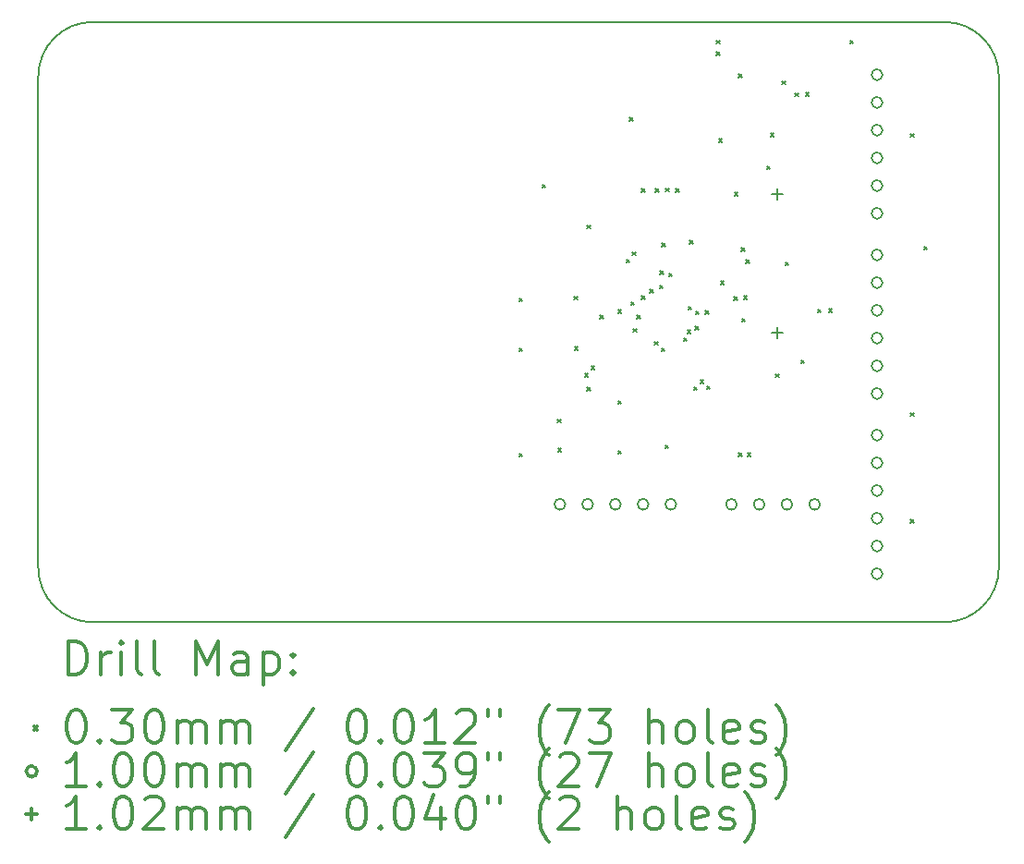
<source format=gbr>
%FSLAX45Y45*%
G04 Gerber Fmt 4.5, Leading zero omitted, Abs format (unit mm)*
G04 Created by KiCad (PCBNEW (5.0.2)-1) date 01/03/2019 11:01:38*
%MOMM*%
%LPD*%
G01*
G04 APERTURE LIST*
%ADD10C,0.200000*%
%ADD11C,0.300000*%
G04 APERTURE END LIST*
D10*
X8798000Y5001000D02*
X8798000Y501000D01*
X-2000Y501000D02*
G75*
G03X498000Y1000I500000J0D01*
G01*
X8798000Y501000D02*
G75*
G02X8298000Y1000I-500000J0D01*
G01*
X8798000Y5001000D02*
G75*
G03X8298000Y5501000I-500000J0D01*
G01*
X-2000Y5001000D02*
G75*
G02X498000Y5501000I500000J0D01*
G01*
X-2000Y501000D02*
X-2000Y5001000D01*
X8298000Y1000D02*
X498000Y1000D01*
X498000Y5501000D02*
X8298000Y5501000D01*
D10*
X4402000Y2971000D02*
X4432000Y2941000D01*
X4432000Y2971000D02*
X4402000Y2941000D01*
X4402000Y2511000D02*
X4432000Y2481000D01*
X4432000Y2511000D02*
X4402000Y2481000D01*
X4402000Y1546000D02*
X4432000Y1516000D01*
X4432000Y1546000D02*
X4402000Y1516000D01*
X4615000Y4011000D02*
X4645000Y3981000D01*
X4645000Y4011000D02*
X4615000Y3981000D01*
X4755000Y1860500D02*
X4785000Y1830500D01*
X4785000Y1860500D02*
X4755000Y1830500D01*
X4759000Y1592000D02*
X4789000Y1562000D01*
X4789000Y1592000D02*
X4759000Y1562000D01*
X4907000Y2987000D02*
X4937000Y2957000D01*
X4937000Y2987000D02*
X4907000Y2957000D01*
X4913000Y2526000D02*
X4943000Y2496000D01*
X4943000Y2526000D02*
X4913000Y2496000D01*
X5003000Y2281000D02*
X5033000Y2251000D01*
X5033000Y2281000D02*
X5003000Y2251000D01*
X5025000Y3637000D02*
X5055000Y3607000D01*
X5055000Y3637000D02*
X5025000Y3607000D01*
X5028000Y2151000D02*
X5058000Y2121000D01*
X5058000Y2151000D02*
X5028000Y2121000D01*
X5063000Y2346000D02*
X5093000Y2316000D01*
X5093000Y2346000D02*
X5063000Y2316000D01*
X5144000Y2812000D02*
X5174000Y2782000D01*
X5174000Y2812000D02*
X5144000Y2782000D01*
X5309000Y2865000D02*
X5339000Y2835000D01*
X5339000Y2865000D02*
X5309000Y2835000D01*
X5309000Y1574000D02*
X5339000Y1544000D01*
X5339000Y1574000D02*
X5309000Y1544000D01*
X5311000Y2030000D02*
X5341000Y2000000D01*
X5341000Y2030000D02*
X5311000Y2000000D01*
X5386000Y3326000D02*
X5416000Y3296000D01*
X5416000Y3326000D02*
X5386000Y3296000D01*
X5414000Y4626000D02*
X5444000Y4596000D01*
X5444000Y4626000D02*
X5414000Y4596000D01*
X5429806Y2936718D02*
X5459806Y2906718D01*
X5459806Y2936718D02*
X5429806Y2906718D01*
X5438474Y3393526D02*
X5468474Y3363526D01*
X5468474Y3393526D02*
X5438474Y3363526D01*
X5448396Y2691604D02*
X5478396Y2661604D01*
X5478396Y2691604D02*
X5448396Y2661604D01*
X5481000Y2811604D02*
X5511000Y2781604D01*
X5511000Y2811604D02*
X5481000Y2781604D01*
X5525000Y3971000D02*
X5555000Y3941000D01*
X5555000Y3971000D02*
X5525000Y3941000D01*
X5527000Y2990229D02*
X5557000Y2960229D01*
X5557000Y2990229D02*
X5527000Y2960229D01*
X5602638Y3050229D02*
X5632638Y3020229D01*
X5632638Y3050229D02*
X5602638Y3020229D01*
X5646000Y2571000D02*
X5676000Y2541000D01*
X5676000Y2571000D02*
X5646000Y2541000D01*
X5652000Y3972000D02*
X5682000Y3942000D01*
X5682000Y3972000D02*
X5652000Y3942000D01*
X5692278Y3087869D02*
X5722278Y3057869D01*
X5722278Y3087869D02*
X5692278Y3057869D01*
X5693000Y3218000D02*
X5723000Y3188000D01*
X5723000Y3218000D02*
X5693000Y3188000D01*
X5706000Y2511000D02*
X5736000Y2481000D01*
X5736000Y2511000D02*
X5706000Y2481000D01*
X5713000Y3475000D02*
X5743000Y3445000D01*
X5743000Y3475000D02*
X5713000Y3445000D01*
X5740000Y1622000D02*
X5770000Y1592000D01*
X5770000Y1622000D02*
X5740000Y1592000D01*
X5745800Y3977000D02*
X5775800Y3947000D01*
X5775800Y3977000D02*
X5745800Y3947000D01*
X5774000Y3197000D02*
X5804000Y3167000D01*
X5804000Y3197000D02*
X5774000Y3167000D01*
X5840000Y3975000D02*
X5870000Y3945000D01*
X5870000Y3975000D02*
X5840000Y3945000D01*
X5909000Y2606000D02*
X5939000Y2576000D01*
X5939000Y2606000D02*
X5909000Y2576000D01*
X5942596Y2678604D02*
X5972596Y2648604D01*
X5972596Y2678604D02*
X5942596Y2648604D01*
X5953315Y2892726D02*
X5983315Y2862726D01*
X5983315Y2892726D02*
X5953315Y2862726D01*
X5964000Y3497000D02*
X5994000Y3467000D01*
X5994000Y3497000D02*
X5964000Y3467000D01*
X6004000Y2156173D02*
X6034000Y2126173D01*
X6034000Y2156173D02*
X6004000Y2126173D01*
X6015743Y2711000D02*
X6045743Y2681000D01*
X6045743Y2711000D02*
X6015743Y2681000D01*
X6020603Y2849456D02*
X6050603Y2819456D01*
X6050603Y2849456D02*
X6020603Y2819456D01*
X6064000Y2220462D02*
X6094000Y2190462D01*
X6094000Y2220462D02*
X6064000Y2190462D01*
X6111000Y2855000D02*
X6141000Y2825000D01*
X6141000Y2855000D02*
X6111000Y2825000D01*
X6124000Y2167000D02*
X6154000Y2137000D01*
X6154000Y2167000D02*
X6124000Y2137000D01*
X6210000Y5331000D02*
X6240000Y5301000D01*
X6240000Y5331000D02*
X6210000Y5301000D01*
X6210000Y5227000D02*
X6240000Y5197000D01*
X6240000Y5227000D02*
X6210000Y5197000D01*
X6232000Y4431000D02*
X6262000Y4401000D01*
X6262000Y4431000D02*
X6232000Y4401000D01*
X6247746Y3125947D02*
X6277746Y3095947D01*
X6277746Y3125947D02*
X6247746Y3095947D01*
X6374000Y2983000D02*
X6404000Y2953000D01*
X6404000Y2983000D02*
X6374000Y2953000D01*
X6374500Y3939000D02*
X6404500Y3909000D01*
X6404500Y3939000D02*
X6374500Y3909000D01*
X6414000Y1550000D02*
X6444000Y1520000D01*
X6444000Y1550000D02*
X6414000Y1520000D01*
X6415000Y5021000D02*
X6445000Y4991000D01*
X6445000Y5021000D02*
X6415000Y4991000D01*
X6441000Y3430000D02*
X6471000Y3400000D01*
X6471000Y3430000D02*
X6441000Y3400000D01*
X6444000Y2783000D02*
X6474000Y2753000D01*
X6474000Y2783000D02*
X6444000Y2753000D01*
X6459000Y2990000D02*
X6489000Y2960000D01*
X6489000Y2990000D02*
X6459000Y2960000D01*
X6482000Y3323000D02*
X6512000Y3293000D01*
X6512000Y3323000D02*
X6482000Y3293000D01*
X6495000Y1552000D02*
X6525000Y1522000D01*
X6525000Y1552000D02*
X6495000Y1522000D01*
X6674000Y4181000D02*
X6704000Y4151000D01*
X6704000Y4181000D02*
X6674000Y4151000D01*
X6705000Y4480000D02*
X6735000Y4450000D01*
X6735000Y4480000D02*
X6705000Y4450000D01*
X6753000Y2277000D02*
X6783000Y2247000D01*
X6783000Y2277000D02*
X6753000Y2247000D01*
X6814000Y4960000D02*
X6844000Y4930000D01*
X6844000Y4960000D02*
X6814000Y4930000D01*
X6842000Y3301000D02*
X6872000Y3271000D01*
X6872000Y3301000D02*
X6842000Y3271000D01*
X6929900Y4850000D02*
X6959900Y4820000D01*
X6959900Y4850000D02*
X6929900Y4820000D01*
X6986000Y2402000D02*
X7016000Y2372000D01*
X7016000Y2402000D02*
X6986000Y2372000D01*
X7027000Y4853000D02*
X7057000Y4823000D01*
X7057000Y4853000D02*
X7027000Y4823000D01*
X7137000Y2867000D02*
X7167000Y2837000D01*
X7167000Y2867000D02*
X7137000Y2837000D01*
X7238000Y2874000D02*
X7268000Y2844000D01*
X7268000Y2874000D02*
X7238000Y2844000D01*
X7434000Y5331000D02*
X7464000Y5301000D01*
X7464000Y5331000D02*
X7434000Y5301000D01*
X7988000Y4476000D02*
X8018000Y4446000D01*
X8018000Y4476000D02*
X7988000Y4446000D01*
X7988000Y1921000D02*
X8018000Y1891000D01*
X8018000Y1921000D02*
X7988000Y1891000D01*
X7988000Y941000D02*
X8018000Y911000D01*
X8018000Y941000D02*
X7988000Y911000D01*
X8111000Y3445000D02*
X8141000Y3415000D01*
X8141000Y3445000D02*
X8111000Y3415000D01*
X6398000Y1080500D02*
G75*
G03X6398000Y1080500I-50000J0D01*
G01*
X6652000Y1080500D02*
G75*
G03X6652000Y1080500I-50000J0D01*
G01*
X6906000Y1080500D02*
G75*
G03X6906000Y1080500I-50000J0D01*
G01*
X7160000Y1080500D02*
G75*
G03X7160000Y1080500I-50000J0D01*
G01*
X4827000Y1081000D02*
G75*
G03X4827000Y1081000I-50000J0D01*
G01*
X5081000Y1081000D02*
G75*
G03X5081000Y1081000I-50000J0D01*
G01*
X5335000Y1081000D02*
G75*
G03X5335000Y1081000I-50000J0D01*
G01*
X5589000Y1081000D02*
G75*
G03X5589000Y1081000I-50000J0D01*
G01*
X5843000Y1081000D02*
G75*
G03X5843000Y1081000I-50000J0D01*
G01*
X7731500Y5017500D02*
G75*
G03X7731500Y5017500I-50000J0D01*
G01*
X7731500Y4763500D02*
G75*
G03X7731500Y4763500I-50000J0D01*
G01*
X7731500Y4509500D02*
G75*
G03X7731500Y4509500I-50000J0D01*
G01*
X7731500Y4255500D02*
G75*
G03X7731500Y4255500I-50000J0D01*
G01*
X7731500Y4001500D02*
G75*
G03X7731500Y4001500I-50000J0D01*
G01*
X7731500Y3747500D02*
G75*
G03X7731500Y3747500I-50000J0D01*
G01*
X7731500Y1715500D02*
G75*
G03X7731500Y1715500I-50000J0D01*
G01*
X7731500Y1461500D02*
G75*
G03X7731500Y1461500I-50000J0D01*
G01*
X7731500Y1207500D02*
G75*
G03X7731500Y1207500I-50000J0D01*
G01*
X7731500Y953500D02*
G75*
G03X7731500Y953500I-50000J0D01*
G01*
X7731500Y699500D02*
G75*
G03X7731500Y699500I-50000J0D01*
G01*
X7731500Y445500D02*
G75*
G03X7731500Y445500I-50000J0D01*
G01*
X7731500Y3366500D02*
G75*
G03X7731500Y3366500I-50000J0D01*
G01*
X7731500Y3112500D02*
G75*
G03X7731500Y3112500I-50000J0D01*
G01*
X7731500Y2858500D02*
G75*
G03X7731500Y2858500I-50000J0D01*
G01*
X7731500Y2604500D02*
G75*
G03X7731500Y2604500I-50000J0D01*
G01*
X7731500Y2350500D02*
G75*
G03X7731500Y2350500I-50000J0D01*
G01*
X7731500Y2096500D02*
G75*
G03X7731500Y2096500I-50000J0D01*
G01*
X6767000Y3975000D02*
X6767000Y3873000D01*
X6716000Y3924000D02*
X6818000Y3924000D01*
X6767000Y2705000D02*
X6767000Y2603000D01*
X6716000Y2654000D02*
X6818000Y2654000D01*
D11*
X274428Y-474714D02*
X274428Y-174714D01*
X345857Y-174714D01*
X388714Y-189000D01*
X417286Y-217571D01*
X431571Y-246143D01*
X445857Y-303286D01*
X445857Y-346143D01*
X431571Y-403286D01*
X417286Y-431857D01*
X388714Y-460429D01*
X345857Y-474714D01*
X274428Y-474714D01*
X574428Y-474714D02*
X574428Y-274714D01*
X574428Y-331857D02*
X588714Y-303286D01*
X603000Y-289000D01*
X631571Y-274714D01*
X660143Y-274714D01*
X760143Y-474714D02*
X760143Y-274714D01*
X760143Y-174714D02*
X745857Y-189000D01*
X760143Y-203286D01*
X774428Y-189000D01*
X760143Y-174714D01*
X760143Y-203286D01*
X945857Y-474714D02*
X917286Y-460429D01*
X903000Y-431857D01*
X903000Y-174714D01*
X1103000Y-474714D02*
X1074428Y-460429D01*
X1060143Y-431857D01*
X1060143Y-174714D01*
X1445857Y-474714D02*
X1445857Y-174714D01*
X1545857Y-389000D01*
X1645857Y-174714D01*
X1645857Y-474714D01*
X1917286Y-474714D02*
X1917286Y-317572D01*
X1903000Y-289000D01*
X1874428Y-274714D01*
X1817286Y-274714D01*
X1788714Y-289000D01*
X1917286Y-460429D02*
X1888714Y-474714D01*
X1817286Y-474714D01*
X1788714Y-460429D01*
X1774428Y-431857D01*
X1774428Y-403286D01*
X1788714Y-374714D01*
X1817286Y-360429D01*
X1888714Y-360429D01*
X1917286Y-346143D01*
X2060143Y-274714D02*
X2060143Y-574714D01*
X2060143Y-289000D02*
X2088714Y-274714D01*
X2145857Y-274714D01*
X2174428Y-289000D01*
X2188714Y-303286D01*
X2203000Y-331857D01*
X2203000Y-417571D01*
X2188714Y-446143D01*
X2174428Y-460429D01*
X2145857Y-474714D01*
X2088714Y-474714D01*
X2060143Y-460429D01*
X2331571Y-446143D02*
X2345857Y-460429D01*
X2331571Y-474714D01*
X2317286Y-460429D01*
X2331571Y-446143D01*
X2331571Y-474714D01*
X2331571Y-289000D02*
X2345857Y-303286D01*
X2331571Y-317572D01*
X2317286Y-303286D01*
X2331571Y-289000D01*
X2331571Y-317572D01*
X-42000Y-954000D02*
X-12000Y-984000D01*
X-12000Y-954000D02*
X-42000Y-984000D01*
X331571Y-804714D02*
X360143Y-804714D01*
X388714Y-819000D01*
X403000Y-833286D01*
X417286Y-861857D01*
X431571Y-919000D01*
X431571Y-990429D01*
X417286Y-1047571D01*
X403000Y-1076143D01*
X388714Y-1090429D01*
X360143Y-1104714D01*
X331571Y-1104714D01*
X303000Y-1090429D01*
X288714Y-1076143D01*
X274428Y-1047571D01*
X260143Y-990429D01*
X260143Y-919000D01*
X274428Y-861857D01*
X288714Y-833286D01*
X303000Y-819000D01*
X331571Y-804714D01*
X560143Y-1076143D02*
X574428Y-1090429D01*
X560143Y-1104714D01*
X545857Y-1090429D01*
X560143Y-1076143D01*
X560143Y-1104714D01*
X674428Y-804714D02*
X860143Y-804714D01*
X760143Y-919000D01*
X803000Y-919000D01*
X831571Y-933286D01*
X845857Y-947571D01*
X860143Y-976143D01*
X860143Y-1047571D01*
X845857Y-1076143D01*
X831571Y-1090429D01*
X803000Y-1104714D01*
X717286Y-1104714D01*
X688714Y-1090429D01*
X674428Y-1076143D01*
X1045857Y-804714D02*
X1074428Y-804714D01*
X1103000Y-819000D01*
X1117286Y-833286D01*
X1131571Y-861857D01*
X1145857Y-919000D01*
X1145857Y-990429D01*
X1131571Y-1047571D01*
X1117286Y-1076143D01*
X1103000Y-1090429D01*
X1074428Y-1104714D01*
X1045857Y-1104714D01*
X1017286Y-1090429D01*
X1003000Y-1076143D01*
X988714Y-1047571D01*
X974428Y-990429D01*
X974428Y-919000D01*
X988714Y-861857D01*
X1003000Y-833286D01*
X1017286Y-819000D01*
X1045857Y-804714D01*
X1274428Y-1104714D02*
X1274428Y-904714D01*
X1274428Y-933286D02*
X1288714Y-919000D01*
X1317286Y-904714D01*
X1360143Y-904714D01*
X1388714Y-919000D01*
X1403000Y-947571D01*
X1403000Y-1104714D01*
X1403000Y-947571D02*
X1417286Y-919000D01*
X1445857Y-904714D01*
X1488714Y-904714D01*
X1517286Y-919000D01*
X1531571Y-947571D01*
X1531571Y-1104714D01*
X1674428Y-1104714D02*
X1674428Y-904714D01*
X1674428Y-933286D02*
X1688714Y-919000D01*
X1717286Y-904714D01*
X1760143Y-904714D01*
X1788714Y-919000D01*
X1803000Y-947571D01*
X1803000Y-1104714D01*
X1803000Y-947571D02*
X1817286Y-919000D01*
X1845857Y-904714D01*
X1888714Y-904714D01*
X1917286Y-919000D01*
X1931571Y-947571D01*
X1931571Y-1104714D01*
X2517286Y-790429D02*
X2260143Y-1176143D01*
X2903000Y-804714D02*
X2931571Y-804714D01*
X2960143Y-819000D01*
X2974428Y-833286D01*
X2988714Y-861857D01*
X3003000Y-919000D01*
X3003000Y-990429D01*
X2988714Y-1047571D01*
X2974428Y-1076143D01*
X2960143Y-1090429D01*
X2931571Y-1104714D01*
X2903000Y-1104714D01*
X2874428Y-1090429D01*
X2860143Y-1076143D01*
X2845857Y-1047571D01*
X2831571Y-990429D01*
X2831571Y-919000D01*
X2845857Y-861857D01*
X2860143Y-833286D01*
X2874428Y-819000D01*
X2903000Y-804714D01*
X3131571Y-1076143D02*
X3145857Y-1090429D01*
X3131571Y-1104714D01*
X3117286Y-1090429D01*
X3131571Y-1076143D01*
X3131571Y-1104714D01*
X3331571Y-804714D02*
X3360143Y-804714D01*
X3388714Y-819000D01*
X3403000Y-833286D01*
X3417286Y-861857D01*
X3431571Y-919000D01*
X3431571Y-990429D01*
X3417286Y-1047571D01*
X3403000Y-1076143D01*
X3388714Y-1090429D01*
X3360143Y-1104714D01*
X3331571Y-1104714D01*
X3303000Y-1090429D01*
X3288714Y-1076143D01*
X3274428Y-1047571D01*
X3260143Y-990429D01*
X3260143Y-919000D01*
X3274428Y-861857D01*
X3288714Y-833286D01*
X3303000Y-819000D01*
X3331571Y-804714D01*
X3717286Y-1104714D02*
X3545857Y-1104714D01*
X3631571Y-1104714D02*
X3631571Y-804714D01*
X3603000Y-847571D01*
X3574428Y-876143D01*
X3545857Y-890429D01*
X3831571Y-833286D02*
X3845857Y-819000D01*
X3874428Y-804714D01*
X3945857Y-804714D01*
X3974428Y-819000D01*
X3988714Y-833286D01*
X4003000Y-861857D01*
X4003000Y-890429D01*
X3988714Y-933286D01*
X3817286Y-1104714D01*
X4003000Y-1104714D01*
X4117286Y-804714D02*
X4117286Y-861857D01*
X4231571Y-804714D02*
X4231571Y-861857D01*
X4674428Y-1219000D02*
X4660143Y-1204714D01*
X4631571Y-1161857D01*
X4617286Y-1133286D01*
X4603000Y-1090429D01*
X4588714Y-1019000D01*
X4588714Y-961857D01*
X4603000Y-890429D01*
X4617286Y-847571D01*
X4631571Y-819000D01*
X4660143Y-776143D01*
X4674428Y-761857D01*
X4760143Y-804714D02*
X4960143Y-804714D01*
X4831571Y-1104714D01*
X5045857Y-804714D02*
X5231571Y-804714D01*
X5131571Y-919000D01*
X5174428Y-919000D01*
X5203000Y-933286D01*
X5217286Y-947571D01*
X5231571Y-976143D01*
X5231571Y-1047571D01*
X5217286Y-1076143D01*
X5203000Y-1090429D01*
X5174428Y-1104714D01*
X5088714Y-1104714D01*
X5060143Y-1090429D01*
X5045857Y-1076143D01*
X5588714Y-1104714D02*
X5588714Y-804714D01*
X5717286Y-1104714D02*
X5717286Y-947571D01*
X5703000Y-919000D01*
X5674428Y-904714D01*
X5631571Y-904714D01*
X5603000Y-919000D01*
X5588714Y-933286D01*
X5903000Y-1104714D02*
X5874428Y-1090429D01*
X5860143Y-1076143D01*
X5845857Y-1047571D01*
X5845857Y-961857D01*
X5860143Y-933286D01*
X5874428Y-919000D01*
X5903000Y-904714D01*
X5945857Y-904714D01*
X5974428Y-919000D01*
X5988714Y-933286D01*
X6003000Y-961857D01*
X6003000Y-1047571D01*
X5988714Y-1076143D01*
X5974428Y-1090429D01*
X5945857Y-1104714D01*
X5903000Y-1104714D01*
X6174428Y-1104714D02*
X6145857Y-1090429D01*
X6131571Y-1061857D01*
X6131571Y-804714D01*
X6403000Y-1090429D02*
X6374428Y-1104714D01*
X6317286Y-1104714D01*
X6288714Y-1090429D01*
X6274428Y-1061857D01*
X6274428Y-947571D01*
X6288714Y-919000D01*
X6317286Y-904714D01*
X6374428Y-904714D01*
X6403000Y-919000D01*
X6417286Y-947571D01*
X6417286Y-976143D01*
X6274428Y-1004714D01*
X6531571Y-1090429D02*
X6560143Y-1104714D01*
X6617286Y-1104714D01*
X6645857Y-1090429D01*
X6660143Y-1061857D01*
X6660143Y-1047571D01*
X6645857Y-1019000D01*
X6617286Y-1004714D01*
X6574428Y-1004714D01*
X6545857Y-990429D01*
X6531571Y-961857D01*
X6531571Y-947571D01*
X6545857Y-919000D01*
X6574428Y-904714D01*
X6617286Y-904714D01*
X6645857Y-919000D01*
X6760143Y-1219000D02*
X6774428Y-1204714D01*
X6803000Y-1161857D01*
X6817286Y-1133286D01*
X6831571Y-1090429D01*
X6845857Y-1019000D01*
X6845857Y-961857D01*
X6831571Y-890429D01*
X6817286Y-847571D01*
X6803000Y-819000D01*
X6774428Y-776143D01*
X6760143Y-761857D01*
X-12000Y-1365000D02*
G75*
G03X-12000Y-1365000I-50000J0D01*
G01*
X431571Y-1500714D02*
X260143Y-1500714D01*
X345857Y-1500714D02*
X345857Y-1200714D01*
X317286Y-1243572D01*
X288714Y-1272143D01*
X260143Y-1286429D01*
X560143Y-1472143D02*
X574428Y-1486429D01*
X560143Y-1500714D01*
X545857Y-1486429D01*
X560143Y-1472143D01*
X560143Y-1500714D01*
X760143Y-1200714D02*
X788714Y-1200714D01*
X817286Y-1215000D01*
X831571Y-1229286D01*
X845857Y-1257857D01*
X860143Y-1315000D01*
X860143Y-1386429D01*
X845857Y-1443571D01*
X831571Y-1472143D01*
X817286Y-1486429D01*
X788714Y-1500714D01*
X760143Y-1500714D01*
X731571Y-1486429D01*
X717286Y-1472143D01*
X703000Y-1443571D01*
X688714Y-1386429D01*
X688714Y-1315000D01*
X703000Y-1257857D01*
X717286Y-1229286D01*
X731571Y-1215000D01*
X760143Y-1200714D01*
X1045857Y-1200714D02*
X1074428Y-1200714D01*
X1103000Y-1215000D01*
X1117286Y-1229286D01*
X1131571Y-1257857D01*
X1145857Y-1315000D01*
X1145857Y-1386429D01*
X1131571Y-1443571D01*
X1117286Y-1472143D01*
X1103000Y-1486429D01*
X1074428Y-1500714D01*
X1045857Y-1500714D01*
X1017286Y-1486429D01*
X1003000Y-1472143D01*
X988714Y-1443571D01*
X974428Y-1386429D01*
X974428Y-1315000D01*
X988714Y-1257857D01*
X1003000Y-1229286D01*
X1017286Y-1215000D01*
X1045857Y-1200714D01*
X1274428Y-1500714D02*
X1274428Y-1300714D01*
X1274428Y-1329286D02*
X1288714Y-1315000D01*
X1317286Y-1300714D01*
X1360143Y-1300714D01*
X1388714Y-1315000D01*
X1403000Y-1343572D01*
X1403000Y-1500714D01*
X1403000Y-1343572D02*
X1417286Y-1315000D01*
X1445857Y-1300714D01*
X1488714Y-1300714D01*
X1517286Y-1315000D01*
X1531571Y-1343572D01*
X1531571Y-1500714D01*
X1674428Y-1500714D02*
X1674428Y-1300714D01*
X1674428Y-1329286D02*
X1688714Y-1315000D01*
X1717286Y-1300714D01*
X1760143Y-1300714D01*
X1788714Y-1315000D01*
X1803000Y-1343572D01*
X1803000Y-1500714D01*
X1803000Y-1343572D02*
X1817286Y-1315000D01*
X1845857Y-1300714D01*
X1888714Y-1300714D01*
X1917286Y-1315000D01*
X1931571Y-1343572D01*
X1931571Y-1500714D01*
X2517286Y-1186429D02*
X2260143Y-1572143D01*
X2903000Y-1200714D02*
X2931571Y-1200714D01*
X2960143Y-1215000D01*
X2974428Y-1229286D01*
X2988714Y-1257857D01*
X3003000Y-1315000D01*
X3003000Y-1386429D01*
X2988714Y-1443571D01*
X2974428Y-1472143D01*
X2960143Y-1486429D01*
X2931571Y-1500714D01*
X2903000Y-1500714D01*
X2874428Y-1486429D01*
X2860143Y-1472143D01*
X2845857Y-1443571D01*
X2831571Y-1386429D01*
X2831571Y-1315000D01*
X2845857Y-1257857D01*
X2860143Y-1229286D01*
X2874428Y-1215000D01*
X2903000Y-1200714D01*
X3131571Y-1472143D02*
X3145857Y-1486429D01*
X3131571Y-1500714D01*
X3117286Y-1486429D01*
X3131571Y-1472143D01*
X3131571Y-1500714D01*
X3331571Y-1200714D02*
X3360143Y-1200714D01*
X3388714Y-1215000D01*
X3403000Y-1229286D01*
X3417286Y-1257857D01*
X3431571Y-1315000D01*
X3431571Y-1386429D01*
X3417286Y-1443571D01*
X3403000Y-1472143D01*
X3388714Y-1486429D01*
X3360143Y-1500714D01*
X3331571Y-1500714D01*
X3303000Y-1486429D01*
X3288714Y-1472143D01*
X3274428Y-1443571D01*
X3260143Y-1386429D01*
X3260143Y-1315000D01*
X3274428Y-1257857D01*
X3288714Y-1229286D01*
X3303000Y-1215000D01*
X3331571Y-1200714D01*
X3531571Y-1200714D02*
X3717286Y-1200714D01*
X3617286Y-1315000D01*
X3660143Y-1315000D01*
X3688714Y-1329286D01*
X3703000Y-1343572D01*
X3717286Y-1372143D01*
X3717286Y-1443571D01*
X3703000Y-1472143D01*
X3688714Y-1486429D01*
X3660143Y-1500714D01*
X3574428Y-1500714D01*
X3545857Y-1486429D01*
X3531571Y-1472143D01*
X3860143Y-1500714D02*
X3917286Y-1500714D01*
X3945857Y-1486429D01*
X3960143Y-1472143D01*
X3988714Y-1429286D01*
X4003000Y-1372143D01*
X4003000Y-1257857D01*
X3988714Y-1229286D01*
X3974428Y-1215000D01*
X3945857Y-1200714D01*
X3888714Y-1200714D01*
X3860143Y-1215000D01*
X3845857Y-1229286D01*
X3831571Y-1257857D01*
X3831571Y-1329286D01*
X3845857Y-1357857D01*
X3860143Y-1372143D01*
X3888714Y-1386429D01*
X3945857Y-1386429D01*
X3974428Y-1372143D01*
X3988714Y-1357857D01*
X4003000Y-1329286D01*
X4117286Y-1200714D02*
X4117286Y-1257857D01*
X4231571Y-1200714D02*
X4231571Y-1257857D01*
X4674428Y-1615000D02*
X4660143Y-1600714D01*
X4631571Y-1557857D01*
X4617286Y-1529286D01*
X4603000Y-1486429D01*
X4588714Y-1415000D01*
X4588714Y-1357857D01*
X4603000Y-1286429D01*
X4617286Y-1243572D01*
X4631571Y-1215000D01*
X4660143Y-1172143D01*
X4674428Y-1157857D01*
X4774428Y-1229286D02*
X4788714Y-1215000D01*
X4817286Y-1200714D01*
X4888714Y-1200714D01*
X4917286Y-1215000D01*
X4931571Y-1229286D01*
X4945857Y-1257857D01*
X4945857Y-1286429D01*
X4931571Y-1329286D01*
X4760143Y-1500714D01*
X4945857Y-1500714D01*
X5045857Y-1200714D02*
X5245857Y-1200714D01*
X5117286Y-1500714D01*
X5588714Y-1500714D02*
X5588714Y-1200714D01*
X5717286Y-1500714D02*
X5717286Y-1343572D01*
X5703000Y-1315000D01*
X5674428Y-1300714D01*
X5631571Y-1300714D01*
X5603000Y-1315000D01*
X5588714Y-1329286D01*
X5903000Y-1500714D02*
X5874428Y-1486429D01*
X5860143Y-1472143D01*
X5845857Y-1443571D01*
X5845857Y-1357857D01*
X5860143Y-1329286D01*
X5874428Y-1315000D01*
X5903000Y-1300714D01*
X5945857Y-1300714D01*
X5974428Y-1315000D01*
X5988714Y-1329286D01*
X6003000Y-1357857D01*
X6003000Y-1443571D01*
X5988714Y-1472143D01*
X5974428Y-1486429D01*
X5945857Y-1500714D01*
X5903000Y-1500714D01*
X6174428Y-1500714D02*
X6145857Y-1486429D01*
X6131571Y-1457857D01*
X6131571Y-1200714D01*
X6403000Y-1486429D02*
X6374428Y-1500714D01*
X6317286Y-1500714D01*
X6288714Y-1486429D01*
X6274428Y-1457857D01*
X6274428Y-1343572D01*
X6288714Y-1315000D01*
X6317286Y-1300714D01*
X6374428Y-1300714D01*
X6403000Y-1315000D01*
X6417286Y-1343572D01*
X6417286Y-1372143D01*
X6274428Y-1400714D01*
X6531571Y-1486429D02*
X6560143Y-1500714D01*
X6617286Y-1500714D01*
X6645857Y-1486429D01*
X6660143Y-1457857D01*
X6660143Y-1443571D01*
X6645857Y-1415000D01*
X6617286Y-1400714D01*
X6574428Y-1400714D01*
X6545857Y-1386429D01*
X6531571Y-1357857D01*
X6531571Y-1343572D01*
X6545857Y-1315000D01*
X6574428Y-1300714D01*
X6617286Y-1300714D01*
X6645857Y-1315000D01*
X6760143Y-1615000D02*
X6774428Y-1600714D01*
X6803000Y-1557857D01*
X6817286Y-1529286D01*
X6831571Y-1486429D01*
X6845857Y-1415000D01*
X6845857Y-1357857D01*
X6831571Y-1286429D01*
X6817286Y-1243572D01*
X6803000Y-1215000D01*
X6774428Y-1172143D01*
X6760143Y-1157857D01*
X-63000Y-1710000D02*
X-63000Y-1812000D01*
X-114000Y-1761000D02*
X-12000Y-1761000D01*
X431571Y-1896714D02*
X260143Y-1896714D01*
X345857Y-1896714D02*
X345857Y-1596714D01*
X317286Y-1639571D01*
X288714Y-1668143D01*
X260143Y-1682429D01*
X560143Y-1868143D02*
X574428Y-1882429D01*
X560143Y-1896714D01*
X545857Y-1882429D01*
X560143Y-1868143D01*
X560143Y-1896714D01*
X760143Y-1596714D02*
X788714Y-1596714D01*
X817286Y-1611000D01*
X831571Y-1625286D01*
X845857Y-1653857D01*
X860143Y-1711000D01*
X860143Y-1782429D01*
X845857Y-1839571D01*
X831571Y-1868143D01*
X817286Y-1882429D01*
X788714Y-1896714D01*
X760143Y-1896714D01*
X731571Y-1882429D01*
X717286Y-1868143D01*
X703000Y-1839571D01*
X688714Y-1782429D01*
X688714Y-1711000D01*
X703000Y-1653857D01*
X717286Y-1625286D01*
X731571Y-1611000D01*
X760143Y-1596714D01*
X974428Y-1625286D02*
X988714Y-1611000D01*
X1017286Y-1596714D01*
X1088714Y-1596714D01*
X1117286Y-1611000D01*
X1131571Y-1625286D01*
X1145857Y-1653857D01*
X1145857Y-1682429D01*
X1131571Y-1725286D01*
X960143Y-1896714D01*
X1145857Y-1896714D01*
X1274428Y-1896714D02*
X1274428Y-1696714D01*
X1274428Y-1725286D02*
X1288714Y-1711000D01*
X1317286Y-1696714D01*
X1360143Y-1696714D01*
X1388714Y-1711000D01*
X1403000Y-1739571D01*
X1403000Y-1896714D01*
X1403000Y-1739571D02*
X1417286Y-1711000D01*
X1445857Y-1696714D01*
X1488714Y-1696714D01*
X1517286Y-1711000D01*
X1531571Y-1739571D01*
X1531571Y-1896714D01*
X1674428Y-1896714D02*
X1674428Y-1696714D01*
X1674428Y-1725286D02*
X1688714Y-1711000D01*
X1717286Y-1696714D01*
X1760143Y-1696714D01*
X1788714Y-1711000D01*
X1803000Y-1739571D01*
X1803000Y-1896714D01*
X1803000Y-1739571D02*
X1817286Y-1711000D01*
X1845857Y-1696714D01*
X1888714Y-1696714D01*
X1917286Y-1711000D01*
X1931571Y-1739571D01*
X1931571Y-1896714D01*
X2517286Y-1582429D02*
X2260143Y-1968143D01*
X2903000Y-1596714D02*
X2931571Y-1596714D01*
X2960143Y-1611000D01*
X2974428Y-1625286D01*
X2988714Y-1653857D01*
X3003000Y-1711000D01*
X3003000Y-1782429D01*
X2988714Y-1839571D01*
X2974428Y-1868143D01*
X2960143Y-1882429D01*
X2931571Y-1896714D01*
X2903000Y-1896714D01*
X2874428Y-1882429D01*
X2860143Y-1868143D01*
X2845857Y-1839571D01*
X2831571Y-1782429D01*
X2831571Y-1711000D01*
X2845857Y-1653857D01*
X2860143Y-1625286D01*
X2874428Y-1611000D01*
X2903000Y-1596714D01*
X3131571Y-1868143D02*
X3145857Y-1882429D01*
X3131571Y-1896714D01*
X3117286Y-1882429D01*
X3131571Y-1868143D01*
X3131571Y-1896714D01*
X3331571Y-1596714D02*
X3360143Y-1596714D01*
X3388714Y-1611000D01*
X3403000Y-1625286D01*
X3417286Y-1653857D01*
X3431571Y-1711000D01*
X3431571Y-1782429D01*
X3417286Y-1839571D01*
X3403000Y-1868143D01*
X3388714Y-1882429D01*
X3360143Y-1896714D01*
X3331571Y-1896714D01*
X3303000Y-1882429D01*
X3288714Y-1868143D01*
X3274428Y-1839571D01*
X3260143Y-1782429D01*
X3260143Y-1711000D01*
X3274428Y-1653857D01*
X3288714Y-1625286D01*
X3303000Y-1611000D01*
X3331571Y-1596714D01*
X3688714Y-1696714D02*
X3688714Y-1896714D01*
X3617286Y-1582429D02*
X3545857Y-1796714D01*
X3731571Y-1796714D01*
X3903000Y-1596714D02*
X3931571Y-1596714D01*
X3960143Y-1611000D01*
X3974428Y-1625286D01*
X3988714Y-1653857D01*
X4003000Y-1711000D01*
X4003000Y-1782429D01*
X3988714Y-1839571D01*
X3974428Y-1868143D01*
X3960143Y-1882429D01*
X3931571Y-1896714D01*
X3903000Y-1896714D01*
X3874428Y-1882429D01*
X3860143Y-1868143D01*
X3845857Y-1839571D01*
X3831571Y-1782429D01*
X3831571Y-1711000D01*
X3845857Y-1653857D01*
X3860143Y-1625286D01*
X3874428Y-1611000D01*
X3903000Y-1596714D01*
X4117286Y-1596714D02*
X4117286Y-1653857D01*
X4231571Y-1596714D02*
X4231571Y-1653857D01*
X4674428Y-2011000D02*
X4660143Y-1996714D01*
X4631571Y-1953857D01*
X4617286Y-1925286D01*
X4603000Y-1882429D01*
X4588714Y-1811000D01*
X4588714Y-1753857D01*
X4603000Y-1682429D01*
X4617286Y-1639571D01*
X4631571Y-1611000D01*
X4660143Y-1568143D01*
X4674428Y-1553857D01*
X4774428Y-1625286D02*
X4788714Y-1611000D01*
X4817286Y-1596714D01*
X4888714Y-1596714D01*
X4917286Y-1611000D01*
X4931571Y-1625286D01*
X4945857Y-1653857D01*
X4945857Y-1682429D01*
X4931571Y-1725286D01*
X4760143Y-1896714D01*
X4945857Y-1896714D01*
X5303000Y-1896714D02*
X5303000Y-1596714D01*
X5431571Y-1896714D02*
X5431571Y-1739571D01*
X5417286Y-1711000D01*
X5388714Y-1696714D01*
X5345857Y-1696714D01*
X5317286Y-1711000D01*
X5303000Y-1725286D01*
X5617286Y-1896714D02*
X5588714Y-1882429D01*
X5574428Y-1868143D01*
X5560143Y-1839571D01*
X5560143Y-1753857D01*
X5574428Y-1725286D01*
X5588714Y-1711000D01*
X5617286Y-1696714D01*
X5660143Y-1696714D01*
X5688714Y-1711000D01*
X5703000Y-1725286D01*
X5717286Y-1753857D01*
X5717286Y-1839571D01*
X5703000Y-1868143D01*
X5688714Y-1882429D01*
X5660143Y-1896714D01*
X5617286Y-1896714D01*
X5888714Y-1896714D02*
X5860143Y-1882429D01*
X5845857Y-1853857D01*
X5845857Y-1596714D01*
X6117286Y-1882429D02*
X6088714Y-1896714D01*
X6031571Y-1896714D01*
X6003000Y-1882429D01*
X5988714Y-1853857D01*
X5988714Y-1739571D01*
X6003000Y-1711000D01*
X6031571Y-1696714D01*
X6088714Y-1696714D01*
X6117286Y-1711000D01*
X6131571Y-1739571D01*
X6131571Y-1768143D01*
X5988714Y-1796714D01*
X6245857Y-1882429D02*
X6274428Y-1896714D01*
X6331571Y-1896714D01*
X6360143Y-1882429D01*
X6374428Y-1853857D01*
X6374428Y-1839571D01*
X6360143Y-1811000D01*
X6331571Y-1796714D01*
X6288714Y-1796714D01*
X6260143Y-1782429D01*
X6245857Y-1753857D01*
X6245857Y-1739571D01*
X6260143Y-1711000D01*
X6288714Y-1696714D01*
X6331571Y-1696714D01*
X6360143Y-1711000D01*
X6474428Y-2011000D02*
X6488714Y-1996714D01*
X6517286Y-1953857D01*
X6531571Y-1925286D01*
X6545857Y-1882429D01*
X6560143Y-1811000D01*
X6560143Y-1753857D01*
X6545857Y-1682429D01*
X6531571Y-1639571D01*
X6517286Y-1611000D01*
X6488714Y-1568143D01*
X6474428Y-1553857D01*
M02*

</source>
